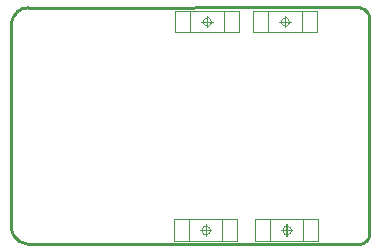
<source format=gm1>
G04*
G04 #@! TF.GenerationSoftware,Altium Limited,Altium Designer,22.0.2 (36)*
G04*
G04 Layer_Color=16711935*
%FSTAX25Y25*%
%MOIN*%
G70*
G04*
G04 #@! TF.SameCoordinates,371D3646-10FE-40E0-BBDF-05722AEB6D60*
G04*
G04*
G04 #@! TF.FilePolarity,Positive*
G04*
G01*
G75*
%ADD10C,0.01000*%
%ADD24C,0.00197*%
%ADD25C,0.00004*%
D10*
X0314906Y037424D02*
X031388Y037415D01*
X0312886Y0373884D01*
X0311953Y0373449D01*
X0311109Y0372859D01*
X0310382Y0372131D01*
X0309791Y0371287D01*
X0309356Y0370354D01*
X030909Y036936D01*
X0309Y0368335D01*
X0309Y0301406D02*
X030909Y030038D01*
X0309356Y0299386D01*
X0309791Y0298453D01*
X0310382Y0297609D01*
X0311109Y0296882D01*
X0311953Y0296291D01*
X0312886Y0295856D01*
X031388Y029559D01*
X0314906Y02955D01*
X04285Y0370425D02*
X0428416Y0371377D01*
X0428089Y0372275D01*
X042754Y0373057D01*
X0426807Y0373671D01*
X0425941Y0374074D01*
X0425Y037424D01*
X04255Y02955D02*
X0426492Y0295736D01*
X0427363Y0296268D01*
X0428026Y0297042D01*
X0428418Y0297984D01*
X04285Y0299D01*
X0309Y0301406D02*
Y0368335D01*
X0314901Y0374169D02*
X0425Y037424D01*
X0314906Y02955D02*
X04255Y02955D01*
X04285Y0299D02*
Y0370425D01*
X0314906Y037424D02*
X031388Y037415D01*
X0312886Y0373884D01*
X0311953Y0373449D01*
X0311109Y0372859D01*
X0310382Y0372131D01*
X0309791Y0371287D01*
X0309356Y0370354D01*
X030909Y036936D01*
X0309Y0368335D01*
X0309Y0301406D02*
X030909Y030038D01*
X0309356Y0299386D01*
X0309791Y0298453D01*
X0310382Y0297609D01*
X0311109Y0296882D01*
X0311953Y0296291D01*
X0312886Y0295856D01*
X031388Y029559D01*
X0314906Y02955D01*
X04285Y0370425D02*
X0428416Y0371377D01*
X0428089Y0372275D01*
X042754Y0373057D01*
X0426807Y0373671D01*
X0425941Y0374074D01*
X0425Y037424D01*
X04255Y02955D02*
X0426492Y0295736D01*
X0427363Y0296268D01*
X0428026Y0297042D01*
X0428418Y0297984D01*
X04285Y0299D01*
X0309Y0301406D02*
Y0368335D01*
X0314901Y0374169D02*
X0425Y037424D01*
X0314906Y02955D02*
X04255Y02955D01*
X04285Y0299D02*
Y0370425D01*
D24*
X0375378Y03D02*
X0375056Y0300886D01*
X0374239Y0301357D01*
X0373311Y0301193D01*
X0372705Y0300471D01*
Y0299529D01*
X0373311Y0298807D01*
X0374239Y0298643D01*
X0375056Y0299114D01*
X0375378Y03D01*
X0375878Y03695D02*
X0375556Y0370386D01*
X0374739Y0370857D01*
X0373811Y0370693D01*
X0373205Y0369971D01*
Y0369029D01*
X0373811Y0368307D01*
X0374739Y0368143D01*
X0375556Y0368614D01*
X0375878Y03695D01*
X0402378Y03D02*
X0402056Y0300886D01*
X0401239Y0301357D01*
X0400311Y0301193D01*
X0399705Y0300471D01*
Y0299529D01*
X0400311Y0298807D01*
X0401239Y0298643D01*
X0402056Y0299114D01*
X0402378Y03D01*
X0401878Y03695D02*
X0401556Y0370386D01*
X0400739Y0370857D01*
X0399811Y0370693D01*
X0399205Y0369971D01*
Y0369029D01*
X0399811Y0368307D01*
X0400739Y0368143D01*
X0401556Y0368614D01*
X0401878Y03695D01*
X0375878Y03695D02*
X0375556Y0370386D01*
X0374739Y0370857D01*
X0373811Y0370693D01*
X0373205Y0369971D01*
Y0369029D01*
X0373811Y0368307D01*
X0374739Y0368143D01*
X0375556Y0368614D01*
X0375878Y03695D01*
X0375378Y03D02*
X0375056Y0300886D01*
X0374239Y0301357D01*
X0373311Y0301193D01*
X0372705Y0300471D01*
Y0299529D01*
X0373311Y0298807D01*
X0374239Y0298643D01*
X0375056Y0299114D01*
X0375378Y03D01*
X0402358D02*
X0402036Y0300886D01*
X040122Y0301357D01*
X0400291Y0301193D01*
X0399686Y0300471D01*
Y0299529D01*
X0400291Y0298807D01*
X040122Y0298643D01*
X0402036Y0299114D01*
X0402358Y03D01*
X0401878Y03695D02*
X0401556Y0370386D01*
X0400739Y0370857D01*
X0399811Y0370693D01*
X0399205Y0369971D01*
Y0369029D01*
X0399811Y0368307D01*
X0400739Y0368143D01*
X0401556Y0368614D01*
X0401878Y03695D01*
X0372032Y03D02*
X0375969D01*
X0374Y0298031D02*
Y0301968D01*
X036337Y0296457D02*
Y0303543D01*
Y0296457D02*
X038463D01*
Y0303543D01*
X036337D02*
X038463D01*
X0372532Y03695D02*
X0376469D01*
X03745Y0367532D02*
Y0371469D01*
X036387Y0365957D02*
Y0373043D01*
Y0365957D02*
X038513D01*
Y0373043D01*
X036387D02*
X038513D01*
X0399032Y03D02*
X0402969D01*
X0401Y0298031D02*
Y0301968D01*
X039037Y0296457D02*
Y0303543D01*
Y0296457D02*
X041163D01*
Y0303543D01*
X039037D02*
X041163D01*
X0398532Y03695D02*
X0402469D01*
X04005Y0367532D02*
Y0371469D01*
X041113Y0365957D02*
Y0373043D01*
X038987D02*
X041113D01*
X038987Y0365957D02*
Y0373043D01*
Y0365957D02*
X041113D01*
X0372532Y03695D02*
X0376469D01*
X03745Y0367532D02*
Y0371469D01*
X038513Y0365957D02*
Y0373043D01*
X036387Y0365957D02*
X038513D01*
X036387D02*
Y0373043D01*
X038513D01*
X0372032Y03D02*
X0375969D01*
X0374Y0298032D02*
Y0301969D01*
X038463Y0296457D02*
Y0303543D01*
X036337Y0296457D02*
X038463D01*
X036337D02*
Y0303543D01*
X038463D01*
X0399012Y03D02*
X0402949D01*
X040098Y0298032D02*
Y0301969D01*
X041161Y0296457D02*
Y0303543D01*
X039035Y0296457D02*
X041161D01*
X039035D02*
Y0303543D01*
X041161D01*
X0398532Y03695D02*
X0402469D01*
X04005Y0367532D02*
Y0371469D01*
X038987Y0365957D02*
Y0373043D01*
X041113D01*
Y0365957D02*
Y0373043D01*
X038987Y0365957D02*
X041113D01*
D25*
X036839Y0296457D02*
Y0303543D01*
Y0296457D02*
X037961D01*
Y0303543D01*
X036839D02*
X037961D01*
X036889Y0365957D02*
Y0373043D01*
Y0365957D02*
X038011D01*
Y0373043D01*
X036889D02*
X038011D01*
X039539Y0296457D02*
Y0303543D01*
Y0296457D02*
X040661D01*
Y0303543D01*
X039539D02*
X040661D01*
X040611Y0365957D02*
Y0373043D01*
X039489D02*
X040611D01*
X039489Y0365957D02*
Y0373043D01*
Y0365957D02*
X040611D01*
X038011Y0365957D02*
Y0373043D01*
X036889Y0365957D02*
X038011D01*
X036889D02*
Y0373043D01*
X038011D01*
X037961Y0296457D02*
Y0303543D01*
X036839Y0296457D02*
X037961D01*
X036839D02*
Y0303543D01*
X037961D01*
X0406591Y0296457D02*
Y0303543D01*
X039537Y0296457D02*
X0406591D01*
X039537D02*
Y0303543D01*
X0406591D01*
X039489Y0365957D02*
Y0373043D01*
X040611D01*
Y0365957D02*
Y0373043D01*
X039489Y0365957D02*
X040611D01*
M02*

</source>
